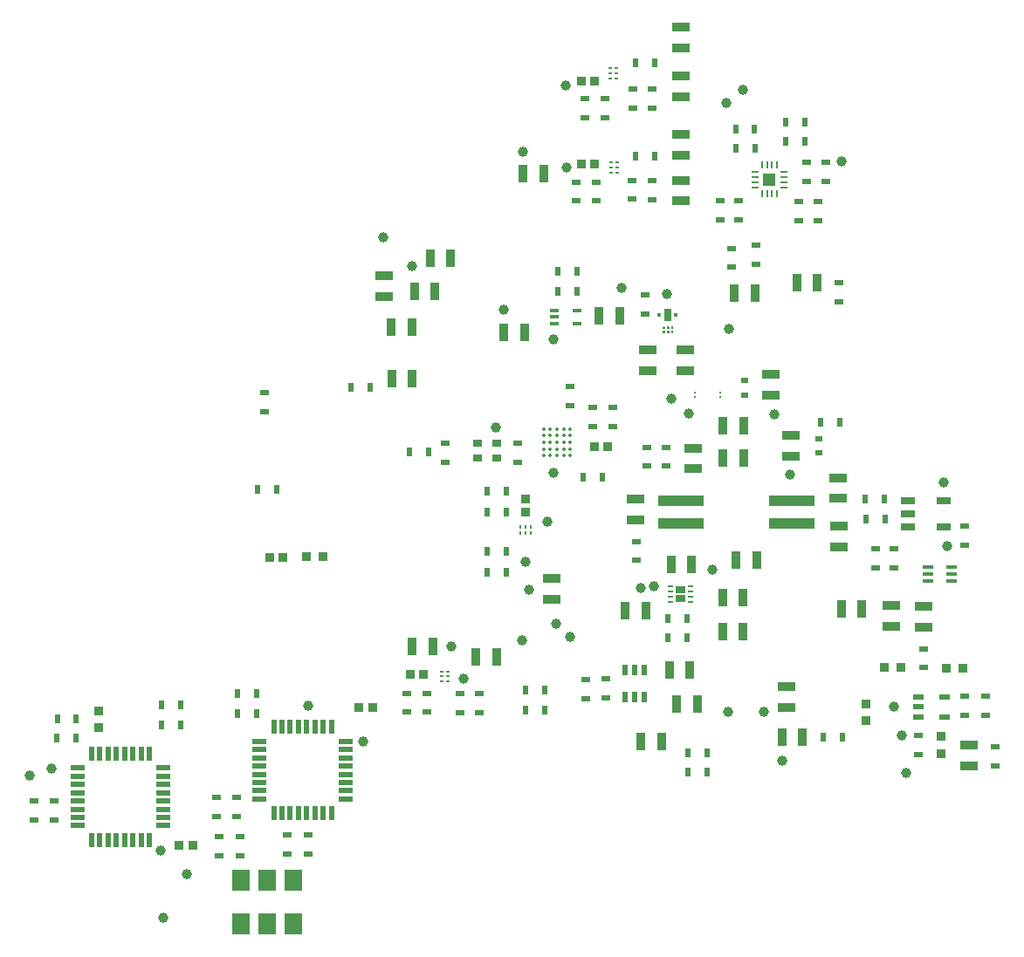
<source format=gtp>
G04*
G04 #@! TF.GenerationSoftware,Altium Limited,Altium Designer,24.2.2 (26)*
G04*
G04 Layer_Color=8421504*
%FSLAX25Y25*%
%MOIN*%
G70*
G04*
G04 #@! TF.SameCoordinates,68C129F3-C7C4-414E-B264-5C09C29A3FA5*
G04*
G04*
G04 #@! TF.FilePolarity,Positive*
G04*
G01*
G75*
%ADD21R,0.03740X0.01575*%
%ADD22R,0.03150X0.02362*%
%ADD23R,0.02200X0.03500*%
%ADD24R,0.01181X0.00787*%
%ADD25R,0.01378X0.00787*%
%ADD26R,0.00787X0.01181*%
%ADD27R,0.00787X0.01378*%
%ADD28R,0.03500X0.02200*%
%ADD29R,0.17717X0.04331*%
%ADD30R,0.01575X0.01575*%
%ADD31R,0.03150X0.04724*%
%ADD32R,0.03900X0.01400*%
%ADD33R,0.04331X0.02362*%
%ADD34R,0.03200X0.03500*%
%ADD35R,0.03600X0.06500*%
%ADD36R,0.06500X0.03600*%
%ADD37R,0.03500X0.03200*%
%ADD38R,0.01000X0.02800*%
%ADD39R,0.02800X0.01000*%
%ADD40R,0.04900X0.04900*%
%ADD41C,0.00906*%
%ADD42R,0.03543X0.03150*%
%ADD43C,0.01378*%
%ADD44R,0.05300X0.02000*%
%ADD45R,0.02000X0.05300*%
%ADD46R,0.07087X0.07874*%
%ADD47R,0.05512X0.02992*%
%ADD48R,0.02362X0.04331*%
%ADD49R,0.01968X0.00984*%
%ADD50C,0.03937*%
%ADD51R,0.03740X0.03543*%
%ADD52R,0.03543X0.03740*%
G36*
X477567Y250684D02*
Y250093D01*
X477370Y249896D01*
X476780D01*
X476583Y250093D01*
Y250684D01*
X476780Y250880D01*
X477370D01*
X477567Y250684D01*
D02*
G37*
G36*
X475992D02*
Y250093D01*
X475795Y249896D01*
X475205D01*
X475008Y250093D01*
Y250684D01*
X475205Y250880D01*
X475795D01*
X475992Y250684D01*
D02*
G37*
G36*
X474417D02*
Y250093D01*
X474221Y249896D01*
X473630D01*
X473433Y250093D01*
Y250684D01*
X473630Y250880D01*
X474221D01*
X474417Y250684D01*
D02*
G37*
G36*
X477567Y249109D02*
Y248518D01*
X477370Y248321D01*
X476780D01*
X476583Y248518D01*
Y249109D01*
X476780Y249306D01*
X477370D01*
X477567Y249109D01*
D02*
G37*
G36*
X475992D02*
Y248518D01*
X475795Y248321D01*
X475205D01*
X475008Y248518D01*
Y249109D01*
X475205Y249306D01*
X475795D01*
X475992Y249109D01*
D02*
G37*
G36*
X474417D02*
Y248518D01*
X474221Y248321D01*
X473630D01*
X473433Y248518D01*
Y249109D01*
X473630Y249306D01*
X474221D01*
X474417Y249109D01*
D02*
G37*
G36*
X481816Y151747D02*
X481853Y151736D01*
X481886Y151718D01*
X481915Y151694D01*
X481939Y151665D01*
X481957Y151631D01*
X481968Y151595D01*
X481972Y151558D01*
Y149188D01*
X481968Y149150D01*
X481957Y149114D01*
X481939Y149080D01*
X481915Y149051D01*
X481886Y149027D01*
X481853Y149009D01*
X481816Y148998D01*
X481779Y148995D01*
X478621D01*
X478584Y148998D01*
X478547Y149009D01*
X478514Y149027D01*
X478485Y149051D01*
X478461Y149080D01*
X478443Y149114D01*
X478432Y149150D01*
X478428Y149188D01*
Y151558D01*
X478432Y151595D01*
X478443Y151631D01*
X478461Y151665D01*
X478485Y151694D01*
X478514Y151718D01*
X478547Y151736D01*
X478584Y151747D01*
X478621Y151751D01*
X481779D01*
X481816Y151747D01*
D02*
G37*
G36*
Y148204D02*
X481853Y148193D01*
X481886Y148175D01*
X481915Y148151D01*
X481939Y148122D01*
X481957Y148088D01*
X481968Y148052D01*
X481972Y148014D01*
Y145644D01*
X481968Y145607D01*
X481957Y145570D01*
X481939Y145537D01*
X481915Y145508D01*
X481886Y145484D01*
X481853Y145466D01*
X481816Y145455D01*
X481779Y145451D01*
X478621D01*
X478584Y145455D01*
X478547Y145466D01*
X478514Y145484D01*
X478485Y145508D01*
X478461Y145537D01*
X478443Y145570D01*
X478432Y145607D01*
X478428Y145644D01*
Y148014D01*
X478432Y148052D01*
X478443Y148088D01*
X478461Y148122D01*
X478485Y148151D01*
X478514Y148175D01*
X478547Y148193D01*
X478584Y148204D01*
X478621Y148207D01*
X481779D01*
X481816Y148204D01*
D02*
G37*
D21*
X431969Y257060D02*
D03*
Y254501D02*
D03*
Y251942D02*
D03*
X440631Y257060D02*
D03*
Y251942D02*
D03*
D22*
X504600Y230212D02*
D03*
Y224700D02*
D03*
X533100Y202544D02*
D03*
Y208056D02*
D03*
D23*
X541150Y214400D02*
D03*
X533850D02*
D03*
X433300Y271800D02*
D03*
X440600D02*
D03*
X433350Y264301D02*
D03*
X440650D02*
D03*
X450250Y193101D02*
D03*
X442950D02*
D03*
X470549Y315800D02*
D03*
X463249D02*
D03*
X470449Y351700D02*
D03*
X463149D02*
D03*
X242150Y93600D02*
D03*
X249450D02*
D03*
X242250Y101000D02*
D03*
X249550D02*
D03*
X326150Y188500D02*
D03*
X318850D02*
D03*
X354450Y227600D02*
D03*
X361750D02*
D03*
X376850Y203000D02*
D03*
X384150D02*
D03*
X527649Y321500D02*
D03*
X520349D02*
D03*
X527599Y328800D02*
D03*
X520299D02*
D03*
X501350Y319000D02*
D03*
X508650D02*
D03*
X501250Y326400D02*
D03*
X508550D02*
D03*
X289450Y98600D02*
D03*
X282150D02*
D03*
X289450Y106400D02*
D03*
X282150D02*
D03*
X311150Y103000D02*
D03*
X318450D02*
D03*
X311150Y110700D02*
D03*
X318450D02*
D03*
X558350Y177200D02*
D03*
X551050D02*
D03*
X406300Y187782D02*
D03*
X413600D02*
D03*
X406300Y179982D02*
D03*
X413600D02*
D03*
X406300Y164882D02*
D03*
X413600D02*
D03*
X406300Y157082D02*
D03*
X413600D02*
D03*
X558150Y184800D02*
D03*
X550850D02*
D03*
X534850Y93800D02*
D03*
X542150D02*
D03*
X428350Y104301D02*
D03*
X421050D02*
D03*
X428350Y111851D02*
D03*
X421050D02*
D03*
X483000Y80601D02*
D03*
X490300D02*
D03*
X483000Y87801D02*
D03*
X490300D02*
D03*
X482750Y139400D02*
D03*
X475450D02*
D03*
X482750Y132000D02*
D03*
X475450D02*
D03*
D24*
X453619Y309632D02*
D03*
X455981Y313569D02*
D03*
Y311601D02*
D03*
X453619Y313569D02*
D03*
Y311601D02*
D03*
X453519Y345532D02*
D03*
X455881Y349469D02*
D03*
Y347501D02*
D03*
X453519Y349469D02*
D03*
Y347501D02*
D03*
X389032Y115123D02*
D03*
X391394Y119060D02*
D03*
Y117091D02*
D03*
X389032Y119060D02*
D03*
Y117091D02*
D03*
D25*
X455981Y309632D02*
D03*
X455881Y345532D02*
D03*
X391394Y115123D02*
D03*
D26*
X419132Y174163D02*
D03*
X423069Y171801D02*
D03*
X421100D02*
D03*
X423069Y174163D02*
D03*
X421100D02*
D03*
D27*
X419132Y171801D02*
D03*
D28*
X466600Y263000D02*
D03*
Y255700D02*
D03*
X467500Y197450D02*
D03*
Y204750D02*
D03*
X474900Y197450D02*
D03*
Y204750D02*
D03*
X418200Y198951D02*
D03*
Y206251D02*
D03*
X509000Y274550D02*
D03*
Y281850D02*
D03*
X438200Y227850D02*
D03*
Y220550D02*
D03*
X390397Y198867D02*
D03*
Y206167D02*
D03*
X446700Y220050D02*
D03*
Y212750D02*
D03*
X454300Y220050D02*
D03*
Y212750D02*
D03*
X440457Y298754D02*
D03*
Y306054D02*
D03*
X447958Y298754D02*
D03*
Y306054D02*
D03*
X461800Y299450D02*
D03*
Y306750D02*
D03*
X469500Y299400D02*
D03*
Y306700D02*
D03*
X499800Y280750D02*
D03*
Y273450D02*
D03*
X540600Y267700D02*
D03*
Y260400D02*
D03*
X443900Y330600D02*
D03*
Y337900D02*
D03*
X451400Y330600D02*
D03*
Y337900D02*
D03*
X462100Y334150D02*
D03*
Y341450D02*
D03*
X469500Y334150D02*
D03*
Y341450D02*
D03*
X241200Y62150D02*
D03*
Y69450D02*
D03*
X233300Y62250D02*
D03*
Y69550D02*
D03*
X338000Y49350D02*
D03*
Y56650D02*
D03*
X330200Y49350D02*
D03*
Y56650D02*
D03*
X310900Y63650D02*
D03*
Y70950D02*
D03*
X303200Y63600D02*
D03*
Y70900D02*
D03*
X600500Y90351D02*
D03*
Y83051D02*
D03*
X321500Y225700D02*
D03*
Y218400D02*
D03*
X502400Y291650D02*
D03*
Y298950D02*
D03*
X495300Y291750D02*
D03*
Y299050D02*
D03*
X525500Y291151D02*
D03*
Y298451D02*
D03*
X532700Y291151D02*
D03*
Y298451D02*
D03*
X528300Y313650D02*
D03*
Y306350D02*
D03*
X535600Y313650D02*
D03*
Y306350D02*
D03*
X571100Y94651D02*
D03*
Y87351D02*
D03*
X304100Y55850D02*
D03*
Y48550D02*
D03*
X312000Y55850D02*
D03*
Y48550D02*
D03*
X375913Y103441D02*
D03*
Y110741D02*
D03*
X383313Y103441D02*
D03*
Y110741D02*
D03*
X396113Y103141D02*
D03*
Y110441D02*
D03*
X403513Y103141D02*
D03*
Y110441D02*
D03*
X451800Y116150D02*
D03*
Y108850D02*
D03*
X561900Y166001D02*
D03*
Y158701D02*
D03*
X554600Y166051D02*
D03*
Y158751D02*
D03*
X463400Y168750D02*
D03*
Y161450D02*
D03*
X573200Y120451D02*
D03*
Y127751D02*
D03*
X588700Y167151D02*
D03*
Y174451D02*
D03*
X588900Y102150D02*
D03*
Y109450D02*
D03*
X596700Y102150D02*
D03*
Y109450D02*
D03*
X444100Y115950D02*
D03*
Y108650D02*
D03*
D29*
X522700Y184162D02*
D03*
Y175501D02*
D03*
X480400Y184162D02*
D03*
Y175501D02*
D03*
D30*
X472150Y255300D02*
D03*
X478450D02*
D03*
D31*
X475300D02*
D03*
D32*
X583800Y158860D02*
D03*
Y156301D02*
D03*
Y153742D02*
D03*
X574600D02*
D03*
Y156301D02*
D03*
Y158860D02*
D03*
D33*
X570982Y109251D02*
D03*
Y105501D02*
D03*
Y101751D02*
D03*
X581218D02*
D03*
Y109251D02*
D03*
D34*
X442350Y312900D02*
D03*
X447450D02*
D03*
X452350Y205000D02*
D03*
X447250D02*
D03*
X323300Y162700D02*
D03*
X328400D02*
D03*
X357550Y105300D02*
D03*
X362650D02*
D03*
X447350Y344700D02*
D03*
X442250D02*
D03*
X382213Y117991D02*
D03*
X377113D02*
D03*
X288850Y52700D02*
D03*
X293950D02*
D03*
D35*
X412850Y248600D02*
D03*
X420750D02*
D03*
X449150Y254800D02*
D03*
X457050D02*
D03*
X386550Y264200D02*
D03*
X378650D02*
D03*
X484500Y160001D02*
D03*
X476600D02*
D03*
X385750Y128600D02*
D03*
X377850D02*
D03*
Y231000D02*
D03*
X369950D02*
D03*
X377650Y250500D02*
D03*
X369750D02*
D03*
X392550Y276900D02*
D03*
X384650D02*
D03*
X420050Y309200D02*
D03*
X427950D02*
D03*
X504350Y213000D02*
D03*
X496450D02*
D03*
X496550Y200500D02*
D03*
X504450D02*
D03*
X509250Y161700D02*
D03*
X501350D02*
D03*
X500750Y263700D02*
D03*
X508650D02*
D03*
X524650Y267500D02*
D03*
X532550D02*
D03*
X409950Y124600D02*
D03*
X402050D02*
D03*
X472950Y92200D02*
D03*
X465050D02*
D03*
X549500Y142800D02*
D03*
X541600D02*
D03*
X526850Y93800D02*
D03*
X518950D02*
D03*
X478750Y106500D02*
D03*
X486650D02*
D03*
X483850Y119500D02*
D03*
X475950D02*
D03*
X467050Y142400D02*
D03*
X459150D02*
D03*
X504150Y147400D02*
D03*
X496250D02*
D03*
Y134200D02*
D03*
X504150D02*
D03*
D36*
X367000Y262300D02*
D03*
Y270200D02*
D03*
X482000Y234050D02*
D03*
Y241950D02*
D03*
X480499Y324200D02*
D03*
Y316300D02*
D03*
X480500Y306750D02*
D03*
Y298850D02*
D03*
X480300Y338650D02*
D03*
Y346550D02*
D03*
X480500Y357250D02*
D03*
Y365150D02*
D03*
X467800Y234050D02*
D03*
Y241950D02*
D03*
X463200Y184850D02*
D03*
Y176950D02*
D03*
X485200Y204400D02*
D03*
Y196500D02*
D03*
X514700Y232450D02*
D03*
Y224550D02*
D03*
X522400Y209250D02*
D03*
Y201350D02*
D03*
X431000Y146750D02*
D03*
Y154650D02*
D03*
X540700Y166550D02*
D03*
Y174450D02*
D03*
X560800Y136250D02*
D03*
Y144150D02*
D03*
X520600Y113300D02*
D03*
Y105400D02*
D03*
X573100Y143850D02*
D03*
Y135950D02*
D03*
X540500Y185101D02*
D03*
Y193001D02*
D03*
X590400Y90951D02*
D03*
Y83051D02*
D03*
D37*
X421200Y184900D02*
D03*
Y179800D02*
D03*
D38*
X517199Y312500D02*
D03*
X515231D02*
D03*
X513262D02*
D03*
X511294D02*
D03*
Y301500D02*
D03*
X513262D02*
D03*
X515231D02*
D03*
X517199D02*
D03*
D39*
X508746Y309953D02*
D03*
Y307984D02*
D03*
Y306016D02*
D03*
Y304047D02*
D03*
X519746D02*
D03*
Y306016D02*
D03*
Y307984D02*
D03*
Y309953D02*
D03*
D40*
X514247Y307000D02*
D03*
D41*
X485876Y225687D02*
D03*
Y223915D02*
D03*
X495324Y225687D02*
D03*
Y223915D02*
D03*
D42*
X402658Y206355D02*
D03*
X409942D02*
D03*
Y200647D02*
D03*
X402658D02*
D03*
D43*
X427982Y211737D02*
D03*
X430541D02*
D03*
X433100D02*
D03*
X435659D02*
D03*
X438218D02*
D03*
X427982Y209178D02*
D03*
X430541D02*
D03*
X433100D02*
D03*
X435659D02*
D03*
X438218D02*
D03*
X427982Y206619D02*
D03*
X430541D02*
D03*
X433100D02*
D03*
X435659D02*
D03*
X438218D02*
D03*
X427982Y204060D02*
D03*
X430541D02*
D03*
X433100D02*
D03*
X435659D02*
D03*
X438218D02*
D03*
X427982Y201501D02*
D03*
X430541D02*
D03*
X433100D02*
D03*
X435659D02*
D03*
X438218D02*
D03*
D44*
X319502Y92340D02*
D03*
Y89191D02*
D03*
Y86041D02*
D03*
Y82891D02*
D03*
Y79742D02*
D03*
Y76592D02*
D03*
Y73443D02*
D03*
Y70293D02*
D03*
X352402D02*
D03*
Y73443D02*
D03*
Y76592D02*
D03*
Y79742D02*
D03*
Y82891D02*
D03*
Y86041D02*
D03*
Y89191D02*
D03*
Y92340D02*
D03*
X249952Y82140D02*
D03*
Y78991D02*
D03*
Y75841D02*
D03*
Y72691D02*
D03*
Y69542D02*
D03*
Y66392D02*
D03*
Y63243D02*
D03*
Y60093D02*
D03*
X282852D02*
D03*
Y63243D02*
D03*
Y66392D02*
D03*
Y69542D02*
D03*
Y72691D02*
D03*
Y75841D02*
D03*
Y78991D02*
D03*
Y82140D02*
D03*
D45*
X324928Y64867D02*
D03*
X328078D02*
D03*
X331228D02*
D03*
X334377D02*
D03*
X337527D02*
D03*
X340676D02*
D03*
X343826D02*
D03*
X346976D02*
D03*
Y97767D02*
D03*
X343826D02*
D03*
X340676D02*
D03*
X337527D02*
D03*
X334377D02*
D03*
X331228D02*
D03*
X328078D02*
D03*
X324928D02*
D03*
X277426Y87567D02*
D03*
X274276D02*
D03*
X271126D02*
D03*
X267977D02*
D03*
X264827D02*
D03*
X261678D02*
D03*
X258528D02*
D03*
X255378D02*
D03*
Y54667D02*
D03*
X258528D02*
D03*
X261678D02*
D03*
X264827D02*
D03*
X267977D02*
D03*
X271126D02*
D03*
X274276D02*
D03*
X277426D02*
D03*
D46*
X312400Y22566D02*
D03*
X322400D02*
D03*
X332400D02*
D03*
Y39101D02*
D03*
X322400D02*
D03*
X312400D02*
D03*
D47*
X567196Y174401D02*
D03*
Y184401D02*
D03*
X580700D02*
D03*
X567196Y179401D02*
D03*
X580700Y174401D02*
D03*
D48*
X458960Y109283D02*
D03*
X462700D02*
D03*
X466440D02*
D03*
X458960Y119519D02*
D03*
X462700D02*
D03*
X466440D02*
D03*
D49*
X476460Y145648D02*
D03*
X483940D02*
D03*
Y147617D02*
D03*
Y149585D02*
D03*
Y151554D02*
D03*
X476460D02*
D03*
Y149585D02*
D03*
Y147617D02*
D03*
D50*
X483300Y217600D02*
D03*
X412700Y257100D02*
D03*
X475200Y263300D02*
D03*
X282800Y24900D02*
D03*
X291900Y41500D02*
D03*
X231700Y79101D02*
D03*
X541900Y313800D02*
D03*
X457800Y265600D02*
D03*
X516000Y217400D02*
D03*
X476900Y223101D02*
D03*
X377800Y273800D02*
D03*
X366800Y284800D02*
D03*
X420200Y317700D02*
D03*
X431900Y194901D02*
D03*
X338000Y105901D02*
D03*
X409900Y212101D02*
D03*
X436700Y311700D02*
D03*
X498600Y249900D02*
D03*
X522000Y194100D02*
D03*
X436500Y342900D02*
D03*
X431800Y245901D02*
D03*
X497600Y336300D02*
D03*
X504000Y341100D02*
D03*
X359100Y92301D02*
D03*
X422300Y150201D02*
D03*
X240152Y81917D02*
D03*
X281700Y50701D02*
D03*
X392700Y128700D02*
D03*
X470000Y151701D02*
D03*
X429300Y176300D02*
D03*
X421000Y160801D02*
D03*
X438200Y132301D02*
D03*
X580900Y191201D02*
D03*
X432600Y137301D02*
D03*
X561600Y105700D02*
D03*
X512200Y103601D02*
D03*
X419700Y130901D02*
D03*
X566300Y80300D02*
D03*
X564600Y94700D02*
D03*
X498400Y103701D02*
D03*
X519000Y84900D02*
D03*
X582200Y167001D02*
D03*
X397400Y116301D02*
D03*
X492500Y158001D02*
D03*
X465100Y150800D02*
D03*
D51*
X343896Y162800D02*
D03*
X337400D02*
D03*
X564548Y120600D02*
D03*
X558052D02*
D03*
X588148Y120400D02*
D03*
X581652D02*
D03*
D52*
X258000Y97452D02*
D03*
Y103948D02*
D03*
X579800Y87653D02*
D03*
Y94149D02*
D03*
X551100Y100100D02*
D03*
Y106596D02*
D03*
M02*

</source>
